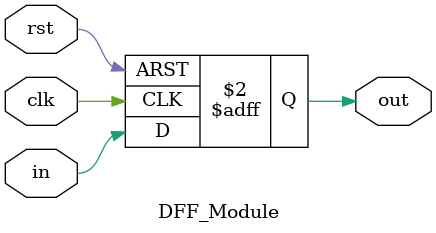
<source format=v>
`timescale 1ns/1ps

module DFF_Module(in, clk, rst, out);
	input in, clk, rst; 
    output reg out; 
    always @(posedge clk or posedge rst) begin
        if(rst)
            out <= 1'b0;
        else 
            out <= in;
    end
endmodule
</source>
